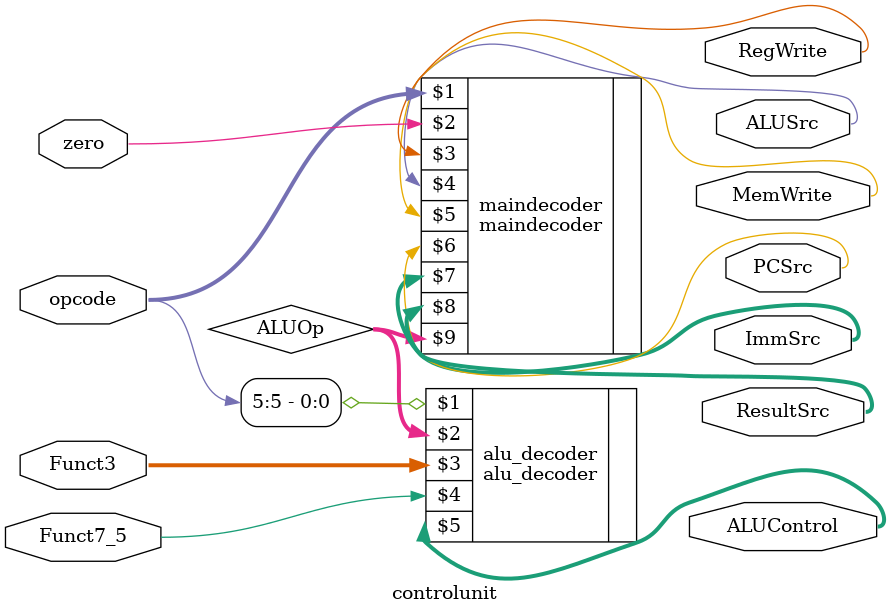
<source format=v>
module controlunit
	(
		input [6:0] opcode,
		input [2:0] Funct3,
		input Funct7_5,
		input zero,
		output RegWrite ,ALUSrc ,MemWrite, PCSrc,
		output [1:0] ImmSrc, ResultSrc,
		output [2:0] ALUControl
		);
	
	wire [1:0] ALUOp;
	maindecoder maindecoder (
		opcode,
		zero,
		RegWrite ,ALUSrc ,MemWrite, PCSrc,
		ImmSrc, ResultSrc ,ALUOp);
	alu_decoder alu_decoder (
		opcode[5],
		ALUOp,
		Funct3,
		Funct7_5,
		ALUControl);
endmodule : controlunit	

</source>
